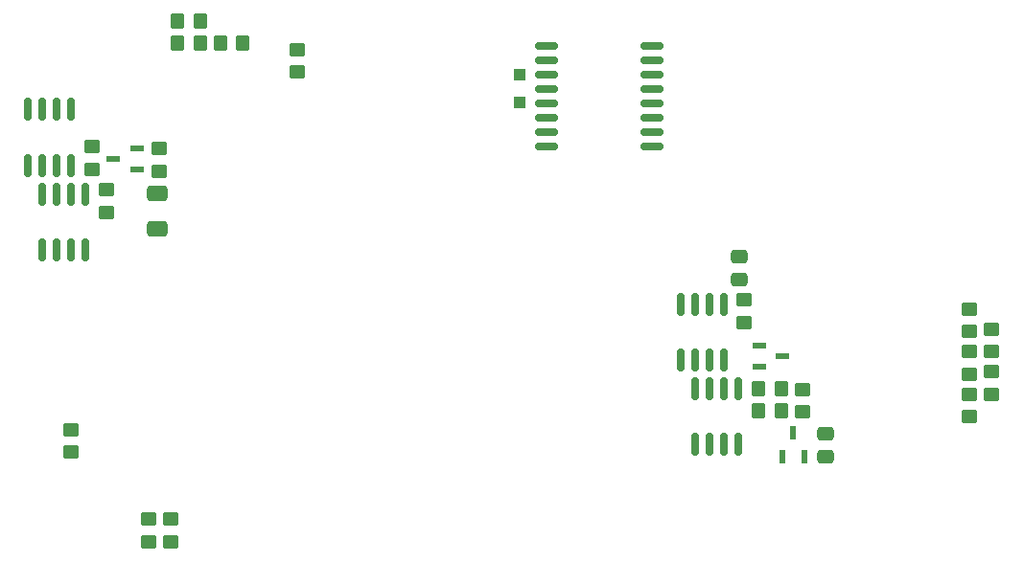
<source format=gbp>
%TF.GenerationSoftware,KiCad,Pcbnew,6.0.1-79c1e3a40b~116~ubuntu20.04.1*%
%TF.CreationDate,2022-02-02T21:23:13+02:00*%
%TF.ProjectId,PiUPS,50695550-532e-46b6-9963-61645f706362,rev?*%
%TF.SameCoordinates,Original*%
%TF.FileFunction,Paste,Bot*%
%TF.FilePolarity,Positive*%
%FSLAX46Y46*%
G04 Gerber Fmt 4.6, Leading zero omitted, Abs format (unit mm)*
G04 Created by KiCad (PCBNEW 6.0.1-79c1e3a40b~116~ubuntu20.04.1) date 2022-02-02 21:23:13*
%MOMM*%
%LPD*%
G01*
G04 APERTURE LIST*
G04 Aperture macros list*
%AMRoundRect*
0 Rectangle with rounded corners*
0 $1 Rounding radius*
0 $2 $3 $4 $5 $6 $7 $8 $9 X,Y pos of 4 corners*
0 Add a 4 corners polygon primitive as box body*
4,1,4,$2,$3,$4,$5,$6,$7,$8,$9,$2,$3,0*
0 Add four circle primitives for the rounded corners*
1,1,$1+$1,$2,$3*
1,1,$1+$1,$4,$5*
1,1,$1+$1,$6,$7*
1,1,$1+$1,$8,$9*
0 Add four rect primitives between the rounded corners*
20,1,$1+$1,$2,$3,$4,$5,0*
20,1,$1+$1,$4,$5,$6,$7,0*
20,1,$1+$1,$6,$7,$8,$9,0*
20,1,$1+$1,$8,$9,$2,$3,0*%
G04 Aperture macros list end*
%ADD10R,1.300000X0.600000*%
%ADD11R,1.000000X1.000000*%
%ADD12RoundRect,0.250000X-0.450000X0.350000X-0.450000X-0.350000X0.450000X-0.350000X0.450000X0.350000X0*%
%ADD13RoundRect,0.250000X0.450000X-0.350000X0.450000X0.350000X-0.450000X0.350000X-0.450000X-0.350000X0*%
%ADD14RoundRect,0.150000X0.150000X-0.825000X0.150000X0.825000X-0.150000X0.825000X-0.150000X-0.825000X0*%
%ADD15RoundRect,0.250000X-0.350000X-0.450000X0.350000X-0.450000X0.350000X0.450000X-0.350000X0.450000X0*%
%ADD16RoundRect,0.150000X0.875000X0.150000X-0.875000X0.150000X-0.875000X-0.150000X0.875000X-0.150000X0*%
%ADD17RoundRect,0.150000X-0.150000X0.825000X-0.150000X-0.825000X0.150000X-0.825000X0.150000X0.825000X0*%
%ADD18RoundRect,0.250000X0.350000X0.450000X-0.350000X0.450000X-0.350000X-0.450000X0.350000X-0.450000X0*%
%ADD19RoundRect,0.250000X-0.475000X0.337500X-0.475000X-0.337500X0.475000X-0.337500X0.475000X0.337500X0*%
%ADD20RoundRect,0.250000X0.650000X-0.412500X0.650000X0.412500X-0.650000X0.412500X-0.650000X-0.412500X0*%
%ADD21R,0.600000X1.300000*%
%ADD22RoundRect,0.250000X0.475000X-0.337500X0.475000X0.337500X-0.475000X0.337500X-0.475000X-0.337500X0*%
G04 APERTURE END LIST*
D10*
X131975000Y-105400000D03*
X131975000Y-103500000D03*
X134075000Y-104450000D03*
D11*
X110875000Y-79525000D03*
X110875000Y-82025000D03*
D12*
X79000000Y-86075000D03*
X79000000Y-88075000D03*
D13*
X152525000Y-104050000D03*
X152525000Y-102050000D03*
D14*
X71220000Y-87550000D03*
X69950000Y-87550000D03*
X68680000Y-87550000D03*
X67410000Y-87550000D03*
X67410000Y-82600000D03*
X68680000Y-82600000D03*
X69950000Y-82600000D03*
X71220000Y-82600000D03*
D12*
X91225000Y-77325000D03*
X91225000Y-79325000D03*
X78050000Y-118850000D03*
X78050000Y-120850000D03*
D13*
X135800000Y-109375000D03*
X135800000Y-107375000D03*
D12*
X73050000Y-85925000D03*
X73050000Y-87925000D03*
D15*
X80625000Y-74775000D03*
X82625000Y-74775000D03*
D13*
X152525000Y-107825000D03*
X152525000Y-105825000D03*
X71180000Y-112920000D03*
X71180000Y-110920000D03*
D16*
X122550000Y-76980000D03*
X122550000Y-78250000D03*
X122550000Y-79520000D03*
X122550000Y-80790000D03*
X122550000Y-82060000D03*
X122550000Y-83330000D03*
X122550000Y-84600000D03*
X122550000Y-85870000D03*
X113250000Y-85870000D03*
X113250000Y-84600000D03*
X113250000Y-83330000D03*
X113250000Y-82060000D03*
X113250000Y-80790000D03*
X113250000Y-79520000D03*
X113250000Y-78250000D03*
X113250000Y-76980000D03*
D15*
X80625000Y-76750000D03*
X82625000Y-76750000D03*
D17*
X68690000Y-90100000D03*
X69960000Y-90100000D03*
X71230000Y-90100000D03*
X72500000Y-90100000D03*
X72500000Y-95050000D03*
X71230000Y-95050000D03*
X69960000Y-95050000D03*
X68690000Y-95050000D03*
D12*
X80050000Y-118850000D03*
X80050000Y-120850000D03*
X150550000Y-104025000D03*
X150550000Y-106025000D03*
D18*
X133925000Y-109275000D03*
X131925000Y-109275000D03*
D13*
X150550000Y-102250000D03*
X150550000Y-100250000D03*
D19*
X130250000Y-95605000D03*
X130250000Y-97680000D03*
D12*
X74325000Y-89725000D03*
X74325000Y-91725000D03*
D13*
X150550000Y-109800000D03*
X150550000Y-107800000D03*
D17*
X126345000Y-107300000D03*
X127615000Y-107300000D03*
X128885000Y-107300000D03*
X130155000Y-107300000D03*
X130155000Y-112250000D03*
X128885000Y-112250000D03*
X127615000Y-112250000D03*
X126345000Y-112250000D03*
D20*
X78800000Y-93200000D03*
X78800000Y-90075000D03*
D14*
X128880000Y-104775000D03*
X127610000Y-104775000D03*
X126340000Y-104775000D03*
X125070000Y-104775000D03*
X125070000Y-99825000D03*
X126340000Y-99825000D03*
X127610000Y-99825000D03*
X128880000Y-99825000D03*
D10*
X77075000Y-86050000D03*
X77075000Y-87950000D03*
X74975000Y-87000000D03*
D21*
X135950000Y-113300000D03*
X134050000Y-113300000D03*
X135000000Y-111200000D03*
D12*
X130700000Y-99450000D03*
X130700000Y-101450000D03*
D18*
X133925000Y-107275000D03*
X131925000Y-107275000D03*
D22*
X137850000Y-113362500D03*
X137850000Y-111287500D03*
D18*
X86400000Y-76750000D03*
X84400000Y-76750000D03*
M02*

</source>
